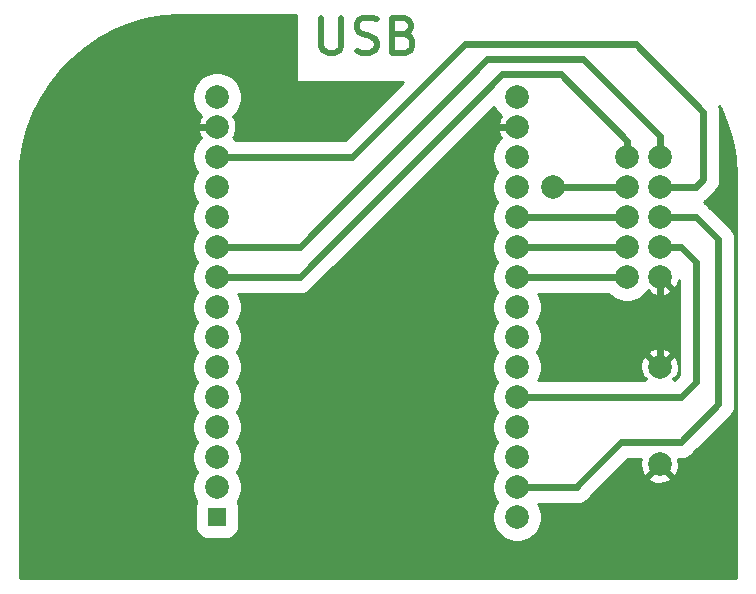
<source format=gbr>
%TF.GenerationSoftware,KiCad,Pcbnew,5.1.6-c6e7f7d~87~ubuntu20.04.1*%
%TF.CreationDate,2020-10-17T15:00:57+02:00*%
%TF.ProjectId,cnc_shield_mcu,636e635f-7368-4696-956c-645f6d63752e,rev?*%
%TF.SameCoordinates,PX6dac2c0PY7270e00*%
%TF.FileFunction,Copper,L1,Top*%
%TF.FilePolarity,Positive*%
%FSLAX46Y46*%
G04 Gerber Fmt 4.6, Leading zero omitted, Abs format (unit mm)*
G04 Created by KiCad (PCBNEW 5.1.6-c6e7f7d~87~ubuntu20.04.1) date 2020-10-17 15:00:58*
%MOMM*%
%LPD*%
G01*
G04 APERTURE LIST*
%TA.AperFunction,NonConductor*%
%ADD10C,0.500000*%
%TD*%
%TA.AperFunction,ComponentPad*%
%ADD11C,2.000000*%
%TD*%
%TA.AperFunction,ComponentPad*%
%ADD12R,1.524000X1.524000*%
%TD*%
%TA.AperFunction,Conductor*%
%ADD13C,0.600000*%
%TD*%
%TA.AperFunction,Conductor*%
%ADD14C,0.254000*%
%TD*%
G04 APERTURE END LIST*
D10*
X26694285Y48632858D02*
X26694285Y46204286D01*
X26837142Y45918572D01*
X26980000Y45775715D01*
X27265714Y45632858D01*
X27837142Y45632858D01*
X28122857Y45775715D01*
X28265714Y45918572D01*
X28408571Y46204286D01*
X28408571Y48632858D01*
X29694285Y45775715D02*
X30122857Y45632858D01*
X30837142Y45632858D01*
X31122857Y45775715D01*
X31265714Y45918572D01*
X31408571Y46204286D01*
X31408571Y46490000D01*
X31265714Y46775715D01*
X31122857Y46918572D01*
X30837142Y47061429D01*
X30265714Y47204286D01*
X29980000Y47347143D01*
X29837142Y47490000D01*
X29694285Y47775715D01*
X29694285Y48061429D01*
X29837142Y48347143D01*
X29980000Y48490000D01*
X30265714Y48632858D01*
X30980000Y48632858D01*
X31408571Y48490000D01*
X33694285Y47204286D02*
X34122857Y47061429D01*
X34265714Y46918572D01*
X34408571Y46632858D01*
X34408571Y46204286D01*
X34265714Y45918572D01*
X34122857Y45775715D01*
X33837142Y45632858D01*
X32694285Y45632858D01*
X32694285Y48632858D01*
X33694285Y48632858D01*
X33980000Y48490000D01*
X34122857Y48347143D01*
X34265714Y48061429D01*
X34265714Y47775715D01*
X34122857Y47490000D01*
X33980000Y47347143D01*
X33694285Y47204286D01*
X32694285Y47204286D01*
D11*
%TO.P,,1*%
%TO.N,+5V*%
X46355000Y34290000D03*
%TD*%
%TO.P,,1*%
%TO.N,GND*%
X55340000Y10795000D03*
%TD*%
%TO.P,,1*%
%TO.N,GND*%
X55340000Y19050000D03*
%TD*%
D12*
%TO.P,U1,1*%
%TO.N,Net-(U1-Pad1)*%
X17875000Y6350000D03*
D11*
%TO.P,U1,2*%
%TO.N,Net-(U1-Pad2)*%
X17875000Y8890000D03*
%TO.P,U1,3*%
%TO.N,Net-(U1-Pad3)*%
X17875000Y11430000D03*
%TO.P,U1,4*%
%TO.N,Net-(U1-Pad4)*%
X17875000Y13970000D03*
%TO.P,U1,5*%
%TO.N,Net-(U1-Pad5)*%
X17875000Y16510000D03*
%TO.P,U1,6*%
%TO.N,Net-(U1-Pad6)*%
X17875000Y19050000D03*
%TO.P,U1,7*%
%TO.N,Net-(U1-Pad7)*%
X17875000Y21590000D03*
%TO.P,U1,8*%
%TO.N,Net-(U1-Pad8)*%
X17875000Y24130000D03*
%TO.P,U1,9*%
%TO.N,SERVO_Z*%
X17875000Y26670000D03*
%TO.P,U1,10*%
%TO.N,C_DIR*%
X17875000Y29210000D03*
%TO.P,U1,11*%
%TO.N,Net-(U1-Pad11)*%
X17875000Y31750000D03*
%TO.P,U1,12*%
%TO.N,Net-(U1-Pad12)*%
X17875000Y34290000D03*
%TO.P,U1,13*%
%TO.N,C_STEP*%
X17875000Y36830000D03*
%TO.P,U1,14*%
%TO.N,GND*%
X17875000Y39370000D03*
%TO.P,U1,15*%
%TO.N,+5V*%
X17875000Y41910000D03*
%TO.P,U1,16*%
%TO.N,Net-(U1-Pad16)*%
X43275000Y41910000D03*
%TO.P,U1,17*%
%TO.N,GND*%
X43275000Y39370000D03*
%TO.P,U1,18*%
%TO.N,Net-(U1-Pad18)*%
X43275000Y36830000D03*
%TO.P,U1,19*%
%TO.N,Net-(U1-Pad19)*%
X43275000Y34290000D03*
%TO.P,U1,20*%
%TO.N,ENABLE*%
X43275000Y31750000D03*
%TO.P,U1,21*%
%TO.N,A_STEP*%
X43275000Y29210000D03*
%TO.P,U1,22*%
%TO.N,A_DIR*%
X43275000Y26670000D03*
%TO.P,U1,23*%
%TO.N,Net-(U1-Pad23)*%
X43275000Y24130000D03*
%TO.P,U1,24*%
%TO.N,Net-(U1-Pad24)*%
X43275000Y21590000D03*
%TO.P,U1,25*%
%TO.N,Net-(U1-Pad25)*%
X43275000Y19050000D03*
%TO.P,U1,26*%
%TO.N,B_STEP*%
X43275000Y16510000D03*
%TO.P,U1,27*%
%TO.N,Net-(U1-Pad27)*%
X43275000Y13970000D03*
%TO.P,U1,28*%
%TO.N,Net-(U1-Pad28)*%
X43275000Y11430000D03*
%TO.P,U1,29*%
%TO.N,B_DIR*%
X43275000Y8890000D03*
%TO.P,U1,30*%
%TO.N,Net-(U1-Pad30)*%
X43275000Y6350000D03*
%TD*%
%TO.P,J1,10*%
%TO.N,C_DIR*%
X55372000Y36830000D03*
%TO.P,J1,9*%
%TO.N,SERVO_Z*%
X52578000Y36830000D03*
%TO.P,J1,8*%
%TO.N,C_STEP*%
X55372000Y34290000D03*
%TO.P,J1,7*%
%TO.N,+5V*%
X52578000Y34290000D03*
%TO.P,J1,6*%
%TO.N,B_DIR*%
X55372000Y31750000D03*
%TO.P,J1,5*%
%TO.N,ENABLE*%
X52578000Y31750000D03*
%TO.P,J1,4*%
%TO.N,B_STEP*%
X55372000Y29210000D03*
%TO.P,J1,3*%
%TO.N,A_STEP*%
X52578000Y29210000D03*
%TO.P,J1,2*%
%TO.N,GND*%
X55372000Y26670000D03*
%TO.P,J1,1*%
%TO.N,A_DIR*%
X52578000Y26670000D03*
%TD*%
D13*
%TO.N,C_DIR*%
X48482000Y45085000D02*
X40735000Y45085000D01*
X24860000Y29210000D02*
X17875000Y29210000D01*
X40735000Y45085000D02*
X24860000Y29210000D01*
X55372000Y36830000D02*
X55372000Y38608000D01*
X48895000Y45085000D02*
X48482000Y45085000D01*
X55372000Y38608000D02*
X48895000Y45085000D01*
%TO.N,SERVO_Z*%
X24860000Y26670000D02*
X17875000Y26670000D01*
X42005000Y43815000D02*
X24860000Y26670000D01*
X46958000Y43815000D02*
X42005000Y43815000D01*
X52578000Y38195000D02*
X46958000Y43815000D01*
X52578000Y36830000D02*
X52578000Y38195000D01*
%TO.N,C_STEP*%
X58420000Y34290000D02*
X55372000Y34290000D01*
X59055000Y34925000D02*
X58420000Y34290000D01*
X53340000Y46355000D02*
X59055000Y40640000D01*
X38830000Y46355000D02*
X53340000Y46355000D01*
X59055000Y40640000D02*
X59055000Y34925000D01*
X29305000Y36830000D02*
X38830000Y46355000D01*
X17875000Y36830000D02*
X29305000Y36830000D01*
%TO.N,B_DIR*%
X55372000Y31750000D02*
X58420000Y31750000D01*
X58420000Y31750000D02*
X60325000Y29845000D01*
X60325000Y29845000D02*
X60325000Y15875000D01*
X60325000Y15875000D02*
X57150000Y12700000D01*
X52070000Y12700000D02*
X48260000Y8890000D01*
X57150000Y12700000D02*
X52070000Y12700000D01*
X48260000Y8890000D02*
X43275000Y8890000D01*
X48355000Y8890000D02*
X48260000Y8890000D01*
%TO.N,ENABLE*%
X43275000Y31750000D02*
X52578000Y31750000D01*
%TO.N,B_STEP*%
X55372000Y29210000D02*
X57150000Y29210000D01*
X57150000Y29210000D02*
X58420000Y27940000D01*
X58420000Y27940000D02*
X58420000Y17780000D01*
X57150000Y16510000D02*
X43275000Y16510000D01*
X58420000Y17780000D02*
X57150000Y16510000D01*
%TO.N,A_STEP*%
X43275000Y29210000D02*
X52578000Y29210000D01*
%TO.N,GND*%
X17875000Y39370000D02*
X15335000Y39370000D01*
X43275000Y39370000D02*
X40640000Y39370000D01*
X55372000Y19082000D02*
X55340000Y19050000D01*
X55372000Y26670000D02*
X55372000Y19082000D01*
%TO.N,A_DIR*%
X43275000Y26670000D02*
X52578000Y26670000D01*
%TO.N,+5V*%
X46355000Y34290000D02*
X52578000Y34290000D01*
%TD*%
D14*
%TO.N,GND*%
G36*
X24603000Y43148000D02*
G01*
X33604917Y43148000D01*
X28713918Y38257000D01*
X19456033Y38257000D01*
X19230884Y38482149D01*
X19219339Y38489863D01*
X19274814Y38509956D01*
X19415704Y38799571D01*
X19497384Y39111108D01*
X19516718Y39432595D01*
X19472961Y39751675D01*
X19367795Y40056088D01*
X19274814Y40230044D01*
X19219339Y40250137D01*
X19230884Y40257851D01*
X19527149Y40554116D01*
X19759923Y40902488D01*
X19920261Y41289577D01*
X20002000Y41700509D01*
X20002000Y42119491D01*
X19920261Y42530423D01*
X19759923Y42917512D01*
X19527149Y43265884D01*
X19230884Y43562149D01*
X18882512Y43794923D01*
X18495423Y43955261D01*
X18084491Y44037000D01*
X17665509Y44037000D01*
X17254577Y43955261D01*
X16867488Y43794923D01*
X16519116Y43562149D01*
X16222851Y43265884D01*
X15990077Y42917512D01*
X15829739Y42530423D01*
X15748000Y42119491D01*
X15748000Y41700509D01*
X15829739Y41289577D01*
X15990077Y40902488D01*
X16222851Y40554116D01*
X16519116Y40257851D01*
X16530661Y40250137D01*
X16475186Y40230044D01*
X16334296Y39940429D01*
X16252616Y39628892D01*
X16233282Y39307405D01*
X16277039Y38988325D01*
X16382205Y38683912D01*
X16475186Y38509956D01*
X16530661Y38489863D01*
X16519116Y38482149D01*
X16222851Y38185884D01*
X15990077Y37837512D01*
X15829739Y37450423D01*
X15748000Y37039491D01*
X15748000Y36620509D01*
X15829739Y36209577D01*
X15990077Y35822488D01*
X16165465Y35560000D01*
X15990077Y35297512D01*
X15829739Y34910423D01*
X15748000Y34499491D01*
X15748000Y34080509D01*
X15829739Y33669577D01*
X15990077Y33282488D01*
X16165465Y33020000D01*
X15990077Y32757512D01*
X15829739Y32370423D01*
X15748000Y31959491D01*
X15748000Y31540509D01*
X15829739Y31129577D01*
X15990077Y30742488D01*
X16165465Y30480000D01*
X15990077Y30217512D01*
X15829739Y29830423D01*
X15748000Y29419491D01*
X15748000Y29000509D01*
X15829739Y28589577D01*
X15990077Y28202488D01*
X16165465Y27940000D01*
X15990077Y27677512D01*
X15829739Y27290423D01*
X15748000Y26879491D01*
X15748000Y26460509D01*
X15829739Y26049577D01*
X15990077Y25662488D01*
X16165465Y25400000D01*
X15990077Y25137512D01*
X15829739Y24750423D01*
X15748000Y24339491D01*
X15748000Y23920509D01*
X15829739Y23509577D01*
X15990077Y23122488D01*
X16165465Y22860000D01*
X15990077Y22597512D01*
X15829739Y22210423D01*
X15748000Y21799491D01*
X15748000Y21380509D01*
X15829739Y20969577D01*
X15990077Y20582488D01*
X16165465Y20320000D01*
X15990077Y20057512D01*
X15829739Y19670423D01*
X15748000Y19259491D01*
X15748000Y18840509D01*
X15829739Y18429577D01*
X15990077Y18042488D01*
X16165465Y17780000D01*
X15990077Y17517512D01*
X15829739Y17130423D01*
X15748000Y16719491D01*
X15748000Y16300509D01*
X15829739Y15889577D01*
X15990077Y15502488D01*
X16165465Y15240000D01*
X15990077Y14977512D01*
X15829739Y14590423D01*
X15748000Y14179491D01*
X15748000Y13760509D01*
X15829739Y13349577D01*
X15990077Y12962488D01*
X16165465Y12700000D01*
X15990077Y12437512D01*
X15829739Y12050423D01*
X15748000Y11639491D01*
X15748000Y11220509D01*
X15829739Y10809577D01*
X15990077Y10422488D01*
X16165465Y10160000D01*
X15990077Y9897512D01*
X15829739Y9510423D01*
X15748000Y9099491D01*
X15748000Y8680509D01*
X15829739Y8269577D01*
X15990077Y7882488D01*
X16132784Y7668911D01*
X16066750Y7545371D01*
X16002307Y7332931D01*
X15980547Y7112000D01*
X15980547Y5588000D01*
X16002307Y5367069D01*
X16066750Y5154629D01*
X16171400Y4958843D01*
X16312235Y4787235D01*
X16483843Y4646400D01*
X16679629Y4541750D01*
X16892069Y4477307D01*
X17113000Y4455547D01*
X18637000Y4455547D01*
X18857931Y4477307D01*
X19070371Y4541750D01*
X19266157Y4646400D01*
X19437765Y4787235D01*
X19578600Y4958843D01*
X19683250Y5154629D01*
X19747693Y5367069D01*
X19769453Y5588000D01*
X19769453Y7112000D01*
X19747693Y7332931D01*
X19683250Y7545371D01*
X19617216Y7668911D01*
X19759923Y7882488D01*
X19920261Y8269577D01*
X20002000Y8680509D01*
X20002000Y9099491D01*
X19920261Y9510423D01*
X19759923Y9897512D01*
X19584535Y10160000D01*
X19759923Y10422488D01*
X19920261Y10809577D01*
X20002000Y11220509D01*
X20002000Y11639491D01*
X19920261Y12050423D01*
X19759923Y12437512D01*
X19584535Y12700000D01*
X19759923Y12962488D01*
X19920261Y13349577D01*
X20002000Y13760509D01*
X20002000Y14179491D01*
X19920261Y14590423D01*
X19759923Y14977512D01*
X19584535Y15240000D01*
X19759923Y15502488D01*
X19920261Y15889577D01*
X20002000Y16300509D01*
X20002000Y16719491D01*
X19920261Y17130423D01*
X19759923Y17517512D01*
X19584535Y17780000D01*
X19759923Y18042488D01*
X19920261Y18429577D01*
X20002000Y18840509D01*
X20002000Y19259491D01*
X19920261Y19670423D01*
X19759923Y20057512D01*
X19584535Y20320000D01*
X19759923Y20582488D01*
X19920261Y20969577D01*
X20002000Y21380509D01*
X20002000Y21799491D01*
X19920261Y22210423D01*
X19759923Y22597512D01*
X19584535Y22860000D01*
X19759923Y23122488D01*
X19920261Y23509577D01*
X20002000Y23920509D01*
X20002000Y24339491D01*
X19920261Y24750423D01*
X19759923Y25137512D01*
X19689438Y25243000D01*
X24789912Y25243000D01*
X24860000Y25236097D01*
X24930088Y25243000D01*
X24930098Y25243000D01*
X25139741Y25263648D01*
X25408731Y25345245D01*
X25656634Y25477752D01*
X25873923Y25656077D01*
X25918609Y25710527D01*
X41308211Y41100128D01*
X41390077Y40902488D01*
X41622851Y40554116D01*
X41919116Y40257851D01*
X41930661Y40250137D01*
X41875186Y40230044D01*
X41734296Y39940429D01*
X41652616Y39628892D01*
X41633282Y39307405D01*
X41677039Y38988325D01*
X41782205Y38683912D01*
X41875186Y38509956D01*
X41930661Y38489863D01*
X41919116Y38482149D01*
X41622851Y38185884D01*
X41390077Y37837512D01*
X41229739Y37450423D01*
X41148000Y37039491D01*
X41148000Y36620509D01*
X41229739Y36209577D01*
X41390077Y35822488D01*
X41565465Y35560000D01*
X41390077Y35297512D01*
X41229739Y34910423D01*
X41148000Y34499491D01*
X41148000Y34080509D01*
X41229739Y33669577D01*
X41390077Y33282488D01*
X41565465Y33020000D01*
X41390077Y32757512D01*
X41229739Y32370423D01*
X41148000Y31959491D01*
X41148000Y31540509D01*
X41229739Y31129577D01*
X41390077Y30742488D01*
X41565465Y30480000D01*
X41390077Y30217512D01*
X41229739Y29830423D01*
X41148000Y29419491D01*
X41148000Y29000509D01*
X41229739Y28589577D01*
X41390077Y28202488D01*
X41565465Y27940000D01*
X41390077Y27677512D01*
X41229739Y27290423D01*
X41148000Y26879491D01*
X41148000Y26460509D01*
X41229739Y26049577D01*
X41390077Y25662488D01*
X41565465Y25400000D01*
X41390077Y25137512D01*
X41229739Y24750423D01*
X41148000Y24339491D01*
X41148000Y23920509D01*
X41229739Y23509577D01*
X41390077Y23122488D01*
X41565465Y22860000D01*
X41390077Y22597512D01*
X41229739Y22210423D01*
X41148000Y21799491D01*
X41148000Y21380509D01*
X41229739Y20969577D01*
X41390077Y20582488D01*
X41565465Y20320000D01*
X41390077Y20057512D01*
X41229739Y19670423D01*
X41148000Y19259491D01*
X41148000Y18840509D01*
X41229739Y18429577D01*
X41390077Y18042488D01*
X41565465Y17780000D01*
X41390077Y17517512D01*
X41229739Y17130423D01*
X41148000Y16719491D01*
X41148000Y16300509D01*
X41229739Y15889577D01*
X41390077Y15502488D01*
X41565465Y15240000D01*
X41390077Y14977512D01*
X41229739Y14590423D01*
X41148000Y14179491D01*
X41148000Y13760509D01*
X41229739Y13349577D01*
X41390077Y12962488D01*
X41565465Y12700000D01*
X41390077Y12437512D01*
X41229739Y12050423D01*
X41148000Y11639491D01*
X41148000Y11220509D01*
X41229739Y10809577D01*
X41390077Y10422488D01*
X41565465Y10160000D01*
X41390077Y9897512D01*
X41229739Y9510423D01*
X41148000Y9099491D01*
X41148000Y8680509D01*
X41229739Y8269577D01*
X41390077Y7882488D01*
X41565465Y7620000D01*
X41390077Y7357512D01*
X41229739Y6970423D01*
X41148000Y6559491D01*
X41148000Y6140509D01*
X41229739Y5729577D01*
X41390077Y5342488D01*
X41622851Y4994116D01*
X41919116Y4697851D01*
X42267488Y4465077D01*
X42654577Y4304739D01*
X43065509Y4223000D01*
X43484491Y4223000D01*
X43895423Y4304739D01*
X44282512Y4465077D01*
X44630884Y4697851D01*
X44927149Y4994116D01*
X45159923Y5342488D01*
X45320261Y5729577D01*
X45402000Y6140509D01*
X45402000Y6559491D01*
X45320261Y6970423D01*
X45159923Y7357512D01*
X45089438Y7463000D01*
X48189912Y7463000D01*
X48260000Y7456097D01*
X48330088Y7463000D01*
X48425098Y7463000D01*
X48634741Y7483648D01*
X48903731Y7565245D01*
X49151634Y7697752D01*
X49368923Y7876077D01*
X49547248Y8093366D01*
X49622805Y8234723D01*
X51047669Y9659587D01*
X54384192Y9659587D01*
X54479956Y9395186D01*
X54769571Y9254296D01*
X55081108Y9172616D01*
X55402595Y9153282D01*
X55721675Y9197039D01*
X56026088Y9302205D01*
X56200044Y9395186D01*
X56295808Y9659587D01*
X55340000Y10615395D01*
X54384192Y9659587D01*
X51047669Y9659587D01*
X52661083Y11273000D01*
X53775063Y11273000D01*
X53717616Y11053892D01*
X53698282Y10732405D01*
X53742039Y10413325D01*
X53847205Y10108912D01*
X53940186Y9934956D01*
X54204587Y9839192D01*
X55160395Y10795000D01*
X55146253Y10809142D01*
X55325858Y10988747D01*
X55340000Y10974605D01*
X55354143Y10988747D01*
X55533748Y10809142D01*
X55519605Y10795000D01*
X56475413Y9839192D01*
X56739814Y9934956D01*
X56880704Y10224571D01*
X56962384Y10536108D01*
X56981718Y10857595D01*
X56937961Y11176675D01*
X56904683Y11273000D01*
X57079912Y11273000D01*
X57150000Y11266097D01*
X57220088Y11273000D01*
X57220098Y11273000D01*
X57429741Y11293648D01*
X57698731Y11375245D01*
X57946634Y11507752D01*
X58163923Y11686077D01*
X58208609Y11740527D01*
X61284478Y14816395D01*
X61338923Y14861077D01*
X61383605Y14915522D01*
X61383608Y14915525D01*
X61517247Y15078365D01*
X61517248Y15078366D01*
X61649755Y15326269D01*
X61731352Y15595259D01*
X61752000Y15804902D01*
X61752000Y15804911D01*
X61758903Y15874999D01*
X61752000Y15945087D01*
X61752000Y29774910D01*
X61758903Y29845000D01*
X61752000Y29915090D01*
X61752000Y29915098D01*
X61731352Y30124741D01*
X61717783Y30169474D01*
X61703210Y30217512D01*
X61649755Y30393731D01*
X61517248Y30641634D01*
X61501034Y30661390D01*
X61383608Y30804475D01*
X61383601Y30804482D01*
X61338922Y30858923D01*
X61284482Y30903601D01*
X59478609Y32709473D01*
X59433923Y32763923D01*
X59216634Y32942248D01*
X59071170Y33020000D01*
X59216634Y33097752D01*
X59433923Y33276077D01*
X59478610Y33330528D01*
X60014472Y33866390D01*
X60068923Y33911077D01*
X60247248Y34128366D01*
X60379755Y34376269D01*
X60461352Y34645259D01*
X60482000Y34854902D01*
X60482000Y34854910D01*
X60488903Y34925000D01*
X60482000Y34995090D01*
X60482000Y40569902D01*
X60488904Y40640000D01*
X60461352Y40919741D01*
X60391254Y41150826D01*
X60538931Y40873668D01*
X61076278Y39553649D01*
X61475095Y38185371D01*
X61731146Y36783367D01*
X61843446Y35340367D01*
X61848001Y34992408D01*
X61848000Y1152000D01*
X1152000Y1152000D01*
X1152000Y34970345D01*
X1226876Y36423309D01*
X1446141Y37831548D01*
X1809002Y39209792D01*
X2311609Y40543419D01*
X2948644Y41818326D01*
X3713358Y43021003D01*
X4597644Y44138696D01*
X5592133Y45159568D01*
X6686297Y46072809D01*
X7868546Y46868747D01*
X9126332Y47538931D01*
X10446351Y48076278D01*
X11814629Y48475095D01*
X13216633Y48731146D01*
X14659633Y48843446D01*
X15007516Y48848000D01*
X24603000Y48848000D01*
X24603000Y43148000D01*
G37*
X24603000Y43148000D02*
X33604917Y43148000D01*
X28713918Y38257000D01*
X19456033Y38257000D01*
X19230884Y38482149D01*
X19219339Y38489863D01*
X19274814Y38509956D01*
X19415704Y38799571D01*
X19497384Y39111108D01*
X19516718Y39432595D01*
X19472961Y39751675D01*
X19367795Y40056088D01*
X19274814Y40230044D01*
X19219339Y40250137D01*
X19230884Y40257851D01*
X19527149Y40554116D01*
X19759923Y40902488D01*
X19920261Y41289577D01*
X20002000Y41700509D01*
X20002000Y42119491D01*
X19920261Y42530423D01*
X19759923Y42917512D01*
X19527149Y43265884D01*
X19230884Y43562149D01*
X18882512Y43794923D01*
X18495423Y43955261D01*
X18084491Y44037000D01*
X17665509Y44037000D01*
X17254577Y43955261D01*
X16867488Y43794923D01*
X16519116Y43562149D01*
X16222851Y43265884D01*
X15990077Y42917512D01*
X15829739Y42530423D01*
X15748000Y42119491D01*
X15748000Y41700509D01*
X15829739Y41289577D01*
X15990077Y40902488D01*
X16222851Y40554116D01*
X16519116Y40257851D01*
X16530661Y40250137D01*
X16475186Y40230044D01*
X16334296Y39940429D01*
X16252616Y39628892D01*
X16233282Y39307405D01*
X16277039Y38988325D01*
X16382205Y38683912D01*
X16475186Y38509956D01*
X16530661Y38489863D01*
X16519116Y38482149D01*
X16222851Y38185884D01*
X15990077Y37837512D01*
X15829739Y37450423D01*
X15748000Y37039491D01*
X15748000Y36620509D01*
X15829739Y36209577D01*
X15990077Y35822488D01*
X16165465Y35560000D01*
X15990077Y35297512D01*
X15829739Y34910423D01*
X15748000Y34499491D01*
X15748000Y34080509D01*
X15829739Y33669577D01*
X15990077Y33282488D01*
X16165465Y33020000D01*
X15990077Y32757512D01*
X15829739Y32370423D01*
X15748000Y31959491D01*
X15748000Y31540509D01*
X15829739Y31129577D01*
X15990077Y30742488D01*
X16165465Y30480000D01*
X15990077Y30217512D01*
X15829739Y29830423D01*
X15748000Y29419491D01*
X15748000Y29000509D01*
X15829739Y28589577D01*
X15990077Y28202488D01*
X16165465Y27940000D01*
X15990077Y27677512D01*
X15829739Y27290423D01*
X15748000Y26879491D01*
X15748000Y26460509D01*
X15829739Y26049577D01*
X15990077Y25662488D01*
X16165465Y25400000D01*
X15990077Y25137512D01*
X15829739Y24750423D01*
X15748000Y24339491D01*
X15748000Y23920509D01*
X15829739Y23509577D01*
X15990077Y23122488D01*
X16165465Y22860000D01*
X15990077Y22597512D01*
X15829739Y22210423D01*
X15748000Y21799491D01*
X15748000Y21380509D01*
X15829739Y20969577D01*
X15990077Y20582488D01*
X16165465Y20320000D01*
X15990077Y20057512D01*
X15829739Y19670423D01*
X15748000Y19259491D01*
X15748000Y18840509D01*
X15829739Y18429577D01*
X15990077Y18042488D01*
X16165465Y17780000D01*
X15990077Y17517512D01*
X15829739Y17130423D01*
X15748000Y16719491D01*
X15748000Y16300509D01*
X15829739Y15889577D01*
X15990077Y15502488D01*
X16165465Y15240000D01*
X15990077Y14977512D01*
X15829739Y14590423D01*
X15748000Y14179491D01*
X15748000Y13760509D01*
X15829739Y13349577D01*
X15990077Y12962488D01*
X16165465Y12700000D01*
X15990077Y12437512D01*
X15829739Y12050423D01*
X15748000Y11639491D01*
X15748000Y11220509D01*
X15829739Y10809577D01*
X15990077Y10422488D01*
X16165465Y10160000D01*
X15990077Y9897512D01*
X15829739Y9510423D01*
X15748000Y9099491D01*
X15748000Y8680509D01*
X15829739Y8269577D01*
X15990077Y7882488D01*
X16132784Y7668911D01*
X16066750Y7545371D01*
X16002307Y7332931D01*
X15980547Y7112000D01*
X15980547Y5588000D01*
X16002307Y5367069D01*
X16066750Y5154629D01*
X16171400Y4958843D01*
X16312235Y4787235D01*
X16483843Y4646400D01*
X16679629Y4541750D01*
X16892069Y4477307D01*
X17113000Y4455547D01*
X18637000Y4455547D01*
X18857931Y4477307D01*
X19070371Y4541750D01*
X19266157Y4646400D01*
X19437765Y4787235D01*
X19578600Y4958843D01*
X19683250Y5154629D01*
X19747693Y5367069D01*
X19769453Y5588000D01*
X19769453Y7112000D01*
X19747693Y7332931D01*
X19683250Y7545371D01*
X19617216Y7668911D01*
X19759923Y7882488D01*
X19920261Y8269577D01*
X20002000Y8680509D01*
X20002000Y9099491D01*
X19920261Y9510423D01*
X19759923Y9897512D01*
X19584535Y10160000D01*
X19759923Y10422488D01*
X19920261Y10809577D01*
X20002000Y11220509D01*
X20002000Y11639491D01*
X19920261Y12050423D01*
X19759923Y12437512D01*
X19584535Y12700000D01*
X19759923Y12962488D01*
X19920261Y13349577D01*
X20002000Y13760509D01*
X20002000Y14179491D01*
X19920261Y14590423D01*
X19759923Y14977512D01*
X19584535Y15240000D01*
X19759923Y15502488D01*
X19920261Y15889577D01*
X20002000Y16300509D01*
X20002000Y16719491D01*
X19920261Y17130423D01*
X19759923Y17517512D01*
X19584535Y17780000D01*
X19759923Y18042488D01*
X19920261Y18429577D01*
X20002000Y18840509D01*
X20002000Y19259491D01*
X19920261Y19670423D01*
X19759923Y20057512D01*
X19584535Y20320000D01*
X19759923Y20582488D01*
X19920261Y20969577D01*
X20002000Y21380509D01*
X20002000Y21799491D01*
X19920261Y22210423D01*
X19759923Y22597512D01*
X19584535Y22860000D01*
X19759923Y23122488D01*
X19920261Y23509577D01*
X20002000Y23920509D01*
X20002000Y24339491D01*
X19920261Y24750423D01*
X19759923Y25137512D01*
X19689438Y25243000D01*
X24789912Y25243000D01*
X24860000Y25236097D01*
X24930088Y25243000D01*
X24930098Y25243000D01*
X25139741Y25263648D01*
X25408731Y25345245D01*
X25656634Y25477752D01*
X25873923Y25656077D01*
X25918609Y25710527D01*
X41308211Y41100128D01*
X41390077Y40902488D01*
X41622851Y40554116D01*
X41919116Y40257851D01*
X41930661Y40250137D01*
X41875186Y40230044D01*
X41734296Y39940429D01*
X41652616Y39628892D01*
X41633282Y39307405D01*
X41677039Y38988325D01*
X41782205Y38683912D01*
X41875186Y38509956D01*
X41930661Y38489863D01*
X41919116Y38482149D01*
X41622851Y38185884D01*
X41390077Y37837512D01*
X41229739Y37450423D01*
X41148000Y37039491D01*
X41148000Y36620509D01*
X41229739Y36209577D01*
X41390077Y35822488D01*
X41565465Y35560000D01*
X41390077Y35297512D01*
X41229739Y34910423D01*
X41148000Y34499491D01*
X41148000Y34080509D01*
X41229739Y33669577D01*
X41390077Y33282488D01*
X41565465Y33020000D01*
X41390077Y32757512D01*
X41229739Y32370423D01*
X41148000Y31959491D01*
X41148000Y31540509D01*
X41229739Y31129577D01*
X41390077Y30742488D01*
X41565465Y30480000D01*
X41390077Y30217512D01*
X41229739Y29830423D01*
X41148000Y29419491D01*
X41148000Y29000509D01*
X41229739Y28589577D01*
X41390077Y28202488D01*
X41565465Y27940000D01*
X41390077Y27677512D01*
X41229739Y27290423D01*
X41148000Y26879491D01*
X41148000Y26460509D01*
X41229739Y26049577D01*
X41390077Y25662488D01*
X41565465Y25400000D01*
X41390077Y25137512D01*
X41229739Y24750423D01*
X41148000Y24339491D01*
X41148000Y23920509D01*
X41229739Y23509577D01*
X41390077Y23122488D01*
X41565465Y22860000D01*
X41390077Y22597512D01*
X41229739Y22210423D01*
X41148000Y21799491D01*
X41148000Y21380509D01*
X41229739Y20969577D01*
X41390077Y20582488D01*
X41565465Y20320000D01*
X41390077Y20057512D01*
X41229739Y19670423D01*
X41148000Y19259491D01*
X41148000Y18840509D01*
X41229739Y18429577D01*
X41390077Y18042488D01*
X41565465Y17780000D01*
X41390077Y17517512D01*
X41229739Y17130423D01*
X41148000Y16719491D01*
X41148000Y16300509D01*
X41229739Y15889577D01*
X41390077Y15502488D01*
X41565465Y15240000D01*
X41390077Y14977512D01*
X41229739Y14590423D01*
X41148000Y14179491D01*
X41148000Y13760509D01*
X41229739Y13349577D01*
X41390077Y12962488D01*
X41565465Y12700000D01*
X41390077Y12437512D01*
X41229739Y12050423D01*
X41148000Y11639491D01*
X41148000Y11220509D01*
X41229739Y10809577D01*
X41390077Y10422488D01*
X41565465Y10160000D01*
X41390077Y9897512D01*
X41229739Y9510423D01*
X41148000Y9099491D01*
X41148000Y8680509D01*
X41229739Y8269577D01*
X41390077Y7882488D01*
X41565465Y7620000D01*
X41390077Y7357512D01*
X41229739Y6970423D01*
X41148000Y6559491D01*
X41148000Y6140509D01*
X41229739Y5729577D01*
X41390077Y5342488D01*
X41622851Y4994116D01*
X41919116Y4697851D01*
X42267488Y4465077D01*
X42654577Y4304739D01*
X43065509Y4223000D01*
X43484491Y4223000D01*
X43895423Y4304739D01*
X44282512Y4465077D01*
X44630884Y4697851D01*
X44927149Y4994116D01*
X45159923Y5342488D01*
X45320261Y5729577D01*
X45402000Y6140509D01*
X45402000Y6559491D01*
X45320261Y6970423D01*
X45159923Y7357512D01*
X45089438Y7463000D01*
X48189912Y7463000D01*
X48260000Y7456097D01*
X48330088Y7463000D01*
X48425098Y7463000D01*
X48634741Y7483648D01*
X48903731Y7565245D01*
X49151634Y7697752D01*
X49368923Y7876077D01*
X49547248Y8093366D01*
X49622805Y8234723D01*
X51047669Y9659587D01*
X54384192Y9659587D01*
X54479956Y9395186D01*
X54769571Y9254296D01*
X55081108Y9172616D01*
X55402595Y9153282D01*
X55721675Y9197039D01*
X56026088Y9302205D01*
X56200044Y9395186D01*
X56295808Y9659587D01*
X55340000Y10615395D01*
X54384192Y9659587D01*
X51047669Y9659587D01*
X52661083Y11273000D01*
X53775063Y11273000D01*
X53717616Y11053892D01*
X53698282Y10732405D01*
X53742039Y10413325D01*
X53847205Y10108912D01*
X53940186Y9934956D01*
X54204587Y9839192D01*
X55160395Y10795000D01*
X55146253Y10809142D01*
X55325858Y10988747D01*
X55340000Y10974605D01*
X55354143Y10988747D01*
X55533748Y10809142D01*
X55519605Y10795000D01*
X56475413Y9839192D01*
X56739814Y9934956D01*
X56880704Y10224571D01*
X56962384Y10536108D01*
X56981718Y10857595D01*
X56937961Y11176675D01*
X56904683Y11273000D01*
X57079912Y11273000D01*
X57150000Y11266097D01*
X57220088Y11273000D01*
X57220098Y11273000D01*
X57429741Y11293648D01*
X57698731Y11375245D01*
X57946634Y11507752D01*
X58163923Y11686077D01*
X58208609Y11740527D01*
X61284478Y14816395D01*
X61338923Y14861077D01*
X61383605Y14915522D01*
X61383608Y14915525D01*
X61517247Y15078365D01*
X61517248Y15078366D01*
X61649755Y15326269D01*
X61731352Y15595259D01*
X61752000Y15804902D01*
X61752000Y15804911D01*
X61758903Y15874999D01*
X61752000Y15945087D01*
X61752000Y29774910D01*
X61758903Y29845000D01*
X61752000Y29915090D01*
X61752000Y29915098D01*
X61731352Y30124741D01*
X61717783Y30169474D01*
X61703210Y30217512D01*
X61649755Y30393731D01*
X61517248Y30641634D01*
X61501034Y30661390D01*
X61383608Y30804475D01*
X61383601Y30804482D01*
X61338922Y30858923D01*
X61284482Y30903601D01*
X59478609Y32709473D01*
X59433923Y32763923D01*
X59216634Y32942248D01*
X59071170Y33020000D01*
X59216634Y33097752D01*
X59433923Y33276077D01*
X59478610Y33330528D01*
X60014472Y33866390D01*
X60068923Y33911077D01*
X60247248Y34128366D01*
X60379755Y34376269D01*
X60461352Y34645259D01*
X60482000Y34854902D01*
X60482000Y34854910D01*
X60488903Y34925000D01*
X60482000Y34995090D01*
X60482000Y40569902D01*
X60488904Y40640000D01*
X60461352Y40919741D01*
X60391254Y41150826D01*
X60538931Y40873668D01*
X61076278Y39553649D01*
X61475095Y38185371D01*
X61731146Y36783367D01*
X61843446Y35340367D01*
X61848001Y34992408D01*
X61848000Y1152000D01*
X1152000Y1152000D01*
X1152000Y34970345D01*
X1226876Y36423309D01*
X1446141Y37831548D01*
X1809002Y39209792D01*
X2311609Y40543419D01*
X2948644Y41818326D01*
X3713358Y43021003D01*
X4597644Y44138696D01*
X5592133Y45159568D01*
X6686297Y46072809D01*
X7868546Y46868747D01*
X9126332Y47538931D01*
X10446351Y48076278D01*
X11814629Y48475095D01*
X13216633Y48731146D01*
X14659633Y48843446D01*
X15007516Y48848000D01*
X24603000Y48848000D01*
X24603000Y43148000D01*
G36*
X55565748Y26684142D02*
G01*
X55551605Y26670000D01*
X56507413Y25714192D01*
X56771814Y25809956D01*
X56912704Y26099571D01*
X56993000Y26405830D01*
X56993001Y18371083D01*
X56558918Y17937000D01*
X56549558Y17937000D01*
X56591083Y17978525D01*
X56475415Y18094193D01*
X56739814Y18189956D01*
X56880704Y18479571D01*
X56962384Y18791108D01*
X56981718Y19112595D01*
X56937961Y19431675D01*
X56832795Y19736088D01*
X56739814Y19910044D01*
X56475413Y20005808D01*
X55519605Y19050000D01*
X55533748Y19035857D01*
X55354143Y18856252D01*
X55340000Y18870395D01*
X55325858Y18856252D01*
X55146253Y19035857D01*
X55160395Y19050000D01*
X54204587Y20005808D01*
X53940186Y19910044D01*
X53799296Y19620429D01*
X53717616Y19308892D01*
X53698282Y18987405D01*
X53742039Y18668325D01*
X53847205Y18363912D01*
X53940186Y18189956D01*
X54204585Y18094193D01*
X54088917Y17978525D01*
X54130442Y17937000D01*
X45089438Y17937000D01*
X45159923Y18042488D01*
X45320261Y18429577D01*
X45402000Y18840509D01*
X45402000Y19259491D01*
X45320261Y19670423D01*
X45159923Y20057512D01*
X45074463Y20185413D01*
X54384192Y20185413D01*
X55340000Y19229605D01*
X56295808Y20185413D01*
X56200044Y20449814D01*
X55910429Y20590704D01*
X55598892Y20672384D01*
X55277405Y20691718D01*
X54958325Y20647961D01*
X54653912Y20542795D01*
X54479956Y20449814D01*
X54384192Y20185413D01*
X45074463Y20185413D01*
X44984535Y20320000D01*
X45159923Y20582488D01*
X45320261Y20969577D01*
X45402000Y21380509D01*
X45402000Y21799491D01*
X45320261Y22210423D01*
X45159923Y22597512D01*
X44984535Y22860000D01*
X45159923Y23122488D01*
X45320261Y23509577D01*
X45402000Y23920509D01*
X45402000Y24339491D01*
X45320261Y24750423D01*
X45159923Y25137512D01*
X45089438Y25243000D01*
X50996967Y25243000D01*
X51222116Y25017851D01*
X51570488Y24785077D01*
X51957577Y24624739D01*
X52368509Y24543000D01*
X52787491Y24543000D01*
X53198423Y24624739D01*
X53585512Y24785077D01*
X53933884Y25017851D01*
X54230149Y25314116D01*
X54300315Y25419127D01*
X54300525Y25418917D01*
X54416193Y25534585D01*
X54511956Y25270186D01*
X54801571Y25129296D01*
X55113108Y25047616D01*
X55434595Y25028282D01*
X55753675Y25072039D01*
X56058088Y25177205D01*
X56232044Y25270186D01*
X56327808Y25534587D01*
X55372000Y26490395D01*
X55357858Y26476252D01*
X55178253Y26655857D01*
X55192395Y26670000D01*
X55178253Y26684142D01*
X55357858Y26863747D01*
X55372000Y26849605D01*
X55386143Y26863747D01*
X55565748Y26684142D01*
G37*
X55565748Y26684142D02*
X55551605Y26670000D01*
X56507413Y25714192D01*
X56771814Y25809956D01*
X56912704Y26099571D01*
X56993000Y26405830D01*
X56993001Y18371083D01*
X56558918Y17937000D01*
X56549558Y17937000D01*
X56591083Y17978525D01*
X56475415Y18094193D01*
X56739814Y18189956D01*
X56880704Y18479571D01*
X56962384Y18791108D01*
X56981718Y19112595D01*
X56937961Y19431675D01*
X56832795Y19736088D01*
X56739814Y19910044D01*
X56475413Y20005808D01*
X55519605Y19050000D01*
X55533748Y19035857D01*
X55354143Y18856252D01*
X55340000Y18870395D01*
X55325858Y18856252D01*
X55146253Y19035857D01*
X55160395Y19050000D01*
X54204587Y20005808D01*
X53940186Y19910044D01*
X53799296Y19620429D01*
X53717616Y19308892D01*
X53698282Y18987405D01*
X53742039Y18668325D01*
X53847205Y18363912D01*
X53940186Y18189956D01*
X54204585Y18094193D01*
X54088917Y17978525D01*
X54130442Y17937000D01*
X45089438Y17937000D01*
X45159923Y18042488D01*
X45320261Y18429577D01*
X45402000Y18840509D01*
X45402000Y19259491D01*
X45320261Y19670423D01*
X45159923Y20057512D01*
X45074463Y20185413D01*
X54384192Y20185413D01*
X55340000Y19229605D01*
X56295808Y20185413D01*
X56200044Y20449814D01*
X55910429Y20590704D01*
X55598892Y20672384D01*
X55277405Y20691718D01*
X54958325Y20647961D01*
X54653912Y20542795D01*
X54479956Y20449814D01*
X54384192Y20185413D01*
X45074463Y20185413D01*
X44984535Y20320000D01*
X45159923Y20582488D01*
X45320261Y20969577D01*
X45402000Y21380509D01*
X45402000Y21799491D01*
X45320261Y22210423D01*
X45159923Y22597512D01*
X44984535Y22860000D01*
X45159923Y23122488D01*
X45320261Y23509577D01*
X45402000Y23920509D01*
X45402000Y24339491D01*
X45320261Y24750423D01*
X45159923Y25137512D01*
X45089438Y25243000D01*
X50996967Y25243000D01*
X51222116Y25017851D01*
X51570488Y24785077D01*
X51957577Y24624739D01*
X52368509Y24543000D01*
X52787491Y24543000D01*
X53198423Y24624739D01*
X53585512Y24785077D01*
X53933884Y25017851D01*
X54230149Y25314116D01*
X54300315Y25419127D01*
X54300525Y25418917D01*
X54416193Y25534585D01*
X54511956Y25270186D01*
X54801571Y25129296D01*
X55113108Y25047616D01*
X55434595Y25028282D01*
X55753675Y25072039D01*
X56058088Y25177205D01*
X56232044Y25270186D01*
X56327808Y25534587D01*
X55372000Y26490395D01*
X55357858Y26476252D01*
X55178253Y26655857D01*
X55192395Y26670000D01*
X55178253Y26684142D01*
X55357858Y26863747D01*
X55372000Y26849605D01*
X55386143Y26863747D01*
X55565748Y26684142D01*
G36*
X18068748Y39384142D02*
G01*
X18054605Y39370000D01*
X18068748Y39355857D01*
X17889143Y39176252D01*
X17875000Y39190395D01*
X17860858Y39176252D01*
X17681253Y39355857D01*
X17695395Y39370000D01*
X17681253Y39384142D01*
X17860858Y39563747D01*
X17875000Y39549605D01*
X17889143Y39563747D01*
X18068748Y39384142D01*
G37*
X18068748Y39384142D02*
X18054605Y39370000D01*
X18068748Y39355857D01*
X17889143Y39176252D01*
X17875000Y39190395D01*
X17860858Y39176252D01*
X17681253Y39355857D01*
X17695395Y39370000D01*
X17681253Y39384142D01*
X17860858Y39563747D01*
X17875000Y39549605D01*
X17889143Y39563747D01*
X18068748Y39384142D01*
G36*
X43468748Y39384142D02*
G01*
X43454605Y39370000D01*
X43468748Y39355857D01*
X43289143Y39176252D01*
X43275000Y39190395D01*
X43260858Y39176252D01*
X43081253Y39355857D01*
X43095395Y39370000D01*
X43081253Y39384142D01*
X43260858Y39563747D01*
X43275000Y39549605D01*
X43289143Y39563747D01*
X43468748Y39384142D01*
G37*
X43468748Y39384142D02*
X43454605Y39370000D01*
X43468748Y39355857D01*
X43289143Y39176252D01*
X43275000Y39190395D01*
X43260858Y39176252D01*
X43081253Y39355857D01*
X43095395Y39370000D01*
X43081253Y39384142D01*
X43260858Y39563747D01*
X43275000Y39549605D01*
X43289143Y39563747D01*
X43468748Y39384142D01*
%TD*%
M02*

</source>
